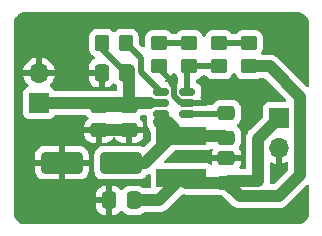
<source format=gbr>
%TF.GenerationSoftware,KiCad,Pcbnew,7.0.5*%
%TF.CreationDate,2023-06-26T08:48:10-07:00*%
%TF.ProjectId,42Vdownto5V,34325664-6f77-46e7-946f-35562e6b6963,rev?*%
%TF.SameCoordinates,Original*%
%TF.FileFunction,Copper,L1,Top*%
%TF.FilePolarity,Positive*%
%FSLAX46Y46*%
G04 Gerber Fmt 4.6, Leading zero omitted, Abs format (unit mm)*
G04 Created by KiCad (PCBNEW 7.0.5) date 2023-06-26 08:48:10*
%MOMM*%
%LPD*%
G01*
G04 APERTURE LIST*
G04 Aperture macros list*
%AMRoundRect*
0 Rectangle with rounded corners*
0 $1 Rounding radius*
0 $2 $3 $4 $5 $6 $7 $8 $9 X,Y pos of 4 corners*
0 Add a 4 corners polygon primitive as box body*
4,1,4,$2,$3,$4,$5,$6,$7,$8,$9,$2,$3,0*
0 Add four circle primitives for the rounded corners*
1,1,$1+$1,$2,$3*
1,1,$1+$1,$4,$5*
1,1,$1+$1,$6,$7*
1,1,$1+$1,$8,$9*
0 Add four rect primitives between the rounded corners*
20,1,$1+$1,$2,$3,$4,$5,0*
20,1,$1+$1,$4,$5,$6,$7,0*
20,1,$1+$1,$6,$7,$8,$9,0*
20,1,$1+$1,$8,$9,$2,$3,0*%
G04 Aperture macros list end*
%TA.AperFunction,SMDPad,CuDef*%
%ADD10RoundRect,0.150000X0.512500X0.150000X-0.512500X0.150000X-0.512500X-0.150000X0.512500X-0.150000X0*%
%TD*%
%TA.AperFunction,SMDPad,CuDef*%
%ADD11RoundRect,0.250000X0.450000X-0.350000X0.450000X0.350000X-0.450000X0.350000X-0.450000X-0.350000X0*%
%TD*%
%TA.AperFunction,SMDPad,CuDef*%
%ADD12RoundRect,0.250000X-0.450000X0.350000X-0.450000X-0.350000X0.450000X-0.350000X0.450000X0.350000X0*%
%TD*%
%TA.AperFunction,SMDPad,CuDef*%
%ADD13RoundRect,0.250000X0.350000X0.450000X-0.350000X0.450000X-0.350000X-0.450000X0.350000X-0.450000X0*%
%TD*%
%TA.AperFunction,SMDPad,CuDef*%
%ADD14R,4.200000X1.500000*%
%TD*%
%TA.AperFunction,ComponentPad*%
%ADD15R,1.700000X1.700000*%
%TD*%
%TA.AperFunction,ComponentPad*%
%ADD16O,1.700000X1.700000*%
%TD*%
%TA.AperFunction,SMDPad,CuDef*%
%ADD17RoundRect,0.250000X1.500000X0.650000X-1.500000X0.650000X-1.500000X-0.650000X1.500000X-0.650000X0*%
%TD*%
%TA.AperFunction,SMDPad,CuDef*%
%ADD18RoundRect,0.250000X0.337500X0.475000X-0.337500X0.475000X-0.337500X-0.475000X0.337500X-0.475000X0*%
%TD*%
%TA.AperFunction,SMDPad,CuDef*%
%ADD19RoundRect,0.250000X0.475000X-0.337500X0.475000X0.337500X-0.475000X0.337500X-0.475000X-0.337500X0*%
%TD*%
%TA.AperFunction,SMDPad,CuDef*%
%ADD20RoundRect,0.250000X-0.475000X0.337500X-0.475000X-0.337500X0.475000X-0.337500X0.475000X0.337500X0*%
%TD*%
%TA.AperFunction,ViaPad*%
%ADD21C,0.800000*%
%TD*%
%TA.AperFunction,Conductor*%
%ADD22C,0.508000*%
%TD*%
%TA.AperFunction,Conductor*%
%ADD23C,1.016000*%
%TD*%
G04 APERTURE END LIST*
D10*
%TO.P,U1,6,SW*%
%TO.N,/sw*%
X114432500Y-93660000D03*
%TO.P,U1,5,VIN*%
%TO.N,+BATT*%
X114432500Y-92710000D03*
%TO.P,U1,4,EN*%
%TO.N,/en*%
X114432500Y-91760000D03*
%TO.P,U1,3,FB*%
%TO.N,/feedback*%
X116707500Y-91760000D03*
%TO.P,U1,2,GND*%
%TO.N,GND*%
X116707500Y-92710000D03*
%TO.P,U1,1,CB*%
%TO.N,/cb*%
X116707500Y-93660000D03*
%TD*%
D11*
%TO.P,R5,1*%
%TO.N,+5V*%
X121920000Y-89630000D03*
%TO.P,R5,2*%
%TO.N,/rdiv_high*%
X121920000Y-87630000D03*
%TD*%
D12*
%TO.P,R4,1*%
%TO.N,/rdiv_high*%
X119380000Y-87630000D03*
%TO.P,R4,2*%
%TO.N,/feedback*%
X119380000Y-89630000D03*
%TD*%
%TO.P,R3,1*%
%TO.N,/rdiv_low*%
X114300000Y-87630000D03*
%TO.P,R3,2*%
%TO.N,GND*%
X114300000Y-89630000D03*
%TD*%
D11*
%TO.P,R2,2*%
%TO.N,/rdiv_low*%
X116840000Y-87630000D03*
%TO.P,R2,1*%
%TO.N,/feedback*%
X116840000Y-89630000D03*
%TD*%
D13*
%TO.P,R1,2*%
%TO.N,+BATT*%
X109490000Y-87630000D03*
%TO.P,R1,1*%
%TO.N,/en*%
X111490000Y-87630000D03*
%TD*%
D14*
%TO.P,L1,1*%
%TO.N,/sw*%
X116205000Y-95482000D03*
%TO.P,L1,2*%
%TO.N,+5V*%
X116205000Y-99082000D03*
%TD*%
D15*
%TO.P,J2,1,Pin_1*%
%TO.N,+5V*%
X124460000Y-93980000D03*
D16*
%TO.P,J2,2,Pin_2*%
%TO.N,GND*%
X124460000Y-96520000D03*
%TD*%
D15*
%TO.P,J1,1,Pin_1*%
%TO.N,+BATT*%
X104140000Y-92710000D03*
D16*
%TO.P,J1,2,Pin_2*%
%TO.N,GND*%
X104140000Y-90170000D03*
%TD*%
D17*
%TO.P,D1,1,K*%
%TO.N,/sw*%
X111085000Y-97790000D03*
%TO.P,D1,2,A*%
%TO.N,GND*%
X106085000Y-97790000D03*
%TD*%
D18*
%TO.P,C6,1*%
%TO.N,+5V*%
X112162500Y-100965000D03*
%TO.P,C6,2*%
%TO.N,GND*%
X110087500Y-100965000D03*
%TD*%
D19*
%TO.P,C5,1*%
%TO.N,+5V*%
X120015000Y-99462500D03*
%TO.P,C5,2*%
%TO.N,GND*%
X120015000Y-97387500D03*
%TD*%
D20*
%TO.P,C4,1*%
%TO.N,/cb*%
X120015000Y-93577500D03*
%TO.P,C4,2*%
%TO.N,/sw*%
X120015000Y-95652500D03*
%TD*%
D18*
%TO.P,C3,1*%
%TO.N,+BATT*%
X111527500Y-90170000D03*
%TO.P,C3,2*%
%TO.N,GND*%
X109452500Y-90170000D03*
%TD*%
D20*
%TO.P,C2,1*%
%TO.N,+BATT*%
X111760000Y-92942500D03*
%TO.P,C2,2*%
%TO.N,GND*%
X111760000Y-95017500D03*
%TD*%
%TO.P,C1,1*%
%TO.N,+BATT*%
X109220000Y-92942500D03*
%TO.P,C1,2*%
%TO.N,GND*%
X109220000Y-95017500D03*
%TD*%
D21*
%TO.N,GND*%
X108458000Y-100330000D03*
X117856000Y-101092000D03*
X107442000Y-94234000D03*
X107188000Y-91186000D03*
X124714000Y-102362000D03*
X125476000Y-101600000D03*
X126238000Y-100838000D03*
X104524000Y-102108000D03*
X103762000Y-101346000D03*
X103000000Y-100584000D03*
X103762000Y-86614000D03*
X104524000Y-85852000D03*
X125984000Y-87376000D03*
X125222000Y-86614000D03*
X124460000Y-85852000D03*
X123444000Y-91694000D03*
X122174000Y-91694000D03*
X120904000Y-91694000D03*
X119634000Y-91694000D03*
X118364000Y-91694000D03*
X124206000Y-98552000D03*
X118110000Y-97282000D03*
X117094000Y-97282000D03*
X116078000Y-97282000D03*
X115500000Y-91000000D03*
%TD*%
D22*
%TO.N,GND*%
X114300000Y-89800000D02*
X115500000Y-91000000D01*
X114300000Y-89630000D02*
X114300000Y-89800000D01*
D23*
%TO.N,+5V*%
X121136500Y-100584000D02*
X120015000Y-99462500D01*
X124460000Y-100584000D02*
X121136500Y-100584000D01*
X123666000Y-89630000D02*
X126238000Y-92202000D01*
X126238000Y-92202000D02*
X126238000Y-98806000D01*
X121920000Y-89630000D02*
X123666000Y-89630000D01*
X126238000Y-98806000D02*
X124460000Y-100584000D01*
%TO.N,/sw*%
X115086750Y-94363750D02*
X116205000Y-95482000D01*
D22*
X114300000Y-93792500D02*
X114300000Y-94363750D01*
X114432500Y-93660000D02*
X114300000Y-93792500D01*
D23*
X114300000Y-94363750D02*
X115086750Y-94363750D01*
X113128500Y-97790000D02*
X115436500Y-95482000D01*
X111085000Y-97790000D02*
X113128500Y-97790000D01*
X115436500Y-95482000D02*
X116205000Y-95482000D01*
X116205000Y-95482000D02*
X119844500Y-95482000D01*
X119844500Y-95482000D02*
X120015000Y-95652500D01*
D22*
%TO.N,GND*%
X115570122Y-91070122D02*
X115500000Y-91000000D01*
X115570122Y-92139307D02*
X115570122Y-91070122D01*
X116140815Y-92710000D02*
X115570122Y-92139307D01*
X116707500Y-92710000D02*
X116140815Y-92710000D01*
X116707500Y-92710000D02*
X118290000Y-92710000D01*
D23*
X109220000Y-95017500D02*
X111760000Y-95017500D01*
%TO.N,+5V*%
X122682000Y-99314000D02*
X122682000Y-95758000D01*
X122682000Y-95758000D02*
X124460000Y-93980000D01*
X120255817Y-99314000D02*
X122682000Y-99314000D01*
X120107317Y-99462500D02*
X120255817Y-99314000D01*
X120015000Y-99462500D02*
X120107317Y-99462500D01*
X114322000Y-100965000D02*
X116205000Y-99082000D01*
X112162500Y-100965000D02*
X114322000Y-100965000D01*
X116585500Y-99462500D02*
X116205000Y-99082000D01*
X120015000Y-99462500D02*
X116585500Y-99462500D01*
D22*
%TO.N,/feedback*%
X116707500Y-89762500D02*
X116840000Y-89630000D01*
X116707500Y-91760000D02*
X116707500Y-89762500D01*
%TO.N,/cb*%
X119932500Y-93660000D02*
X120015000Y-93577500D01*
X116707500Y-93660000D02*
X119932500Y-93660000D01*
%TO.N,/rdiv_high*%
X119380000Y-87630000D02*
X121920000Y-87630000D01*
%TO.N,/feedback*%
X116840000Y-89630000D02*
X119380000Y-89630000D01*
%TO.N,/rdiv_low*%
X114300000Y-87630000D02*
X116840000Y-87630000D01*
%TO.N,+BATT*%
X109490000Y-88132500D02*
X111527500Y-90170000D01*
X109490000Y-87630000D02*
X109490000Y-88132500D01*
%TO.N,/en*%
X112776000Y-90103500D02*
X114432500Y-91760000D01*
X112776000Y-88916000D02*
X112776000Y-90103500D01*
X111490000Y-87630000D02*
X112776000Y-88916000D01*
%TO.N,+BATT*%
X113538000Y-92710000D02*
X111992500Y-92710000D01*
X111992500Y-92710000D02*
X111760000Y-92942500D01*
X114432500Y-92710000D02*
X113538000Y-92710000D01*
D23*
X113538000Y-92710000D02*
X104140000Y-92710000D01*
X111760000Y-92942500D02*
X111760000Y-89937500D01*
X109220000Y-92942500D02*
X111760000Y-92942500D01*
X108987500Y-92710000D02*
X109220000Y-92942500D01*
X104140000Y-92710000D02*
X108987500Y-92710000D01*
%TD*%
%TA.AperFunction,Conductor*%
%TO.N,GND*%
G36*
X126002697Y-85000736D02*
G01*
X126045491Y-85004480D01*
X126171773Y-85016918D01*
X126191687Y-85020541D01*
X126257393Y-85038147D01*
X126259261Y-85038680D01*
X126351570Y-85066681D01*
X126367959Y-85072952D01*
X126421772Y-85098046D01*
X126435374Y-85104389D01*
X126438398Y-85105901D01*
X126522332Y-85150764D01*
X126528659Y-85154650D01*
X126564789Y-85179948D01*
X126594826Y-85200982D01*
X126598597Y-85203843D01*
X126670808Y-85263103D01*
X126675309Y-85267182D01*
X126732815Y-85324688D01*
X126736895Y-85329190D01*
X126796155Y-85401401D01*
X126799016Y-85405172D01*
X126833358Y-85454215D01*
X126845342Y-85471331D01*
X126849234Y-85477666D01*
X126894097Y-85561600D01*
X126895609Y-85564624D01*
X126927041Y-85632027D01*
X126933320Y-85648438D01*
X126961307Y-85740701D01*
X126961864Y-85742652D01*
X126979454Y-85808299D01*
X126983082Y-85828239D01*
X126995522Y-85954553D01*
X126999263Y-85997303D01*
X126999499Y-86002710D01*
X126999499Y-91237903D01*
X126979814Y-91304942D01*
X126927010Y-91350697D01*
X126857852Y-91360641D01*
X126794296Y-91331616D01*
X126787818Y-91325584D01*
X125611258Y-90149024D01*
X124416301Y-88954067D01*
X124412222Y-88949566D01*
X124407319Y-88943592D01*
X124394496Y-88927966D01*
X124382567Y-88913430D01*
X124229005Y-88787405D01*
X124228998Y-88787401D01*
X124053806Y-88693759D01*
X124025056Y-88685038D01*
X123863703Y-88636091D01*
X123731900Y-88623110D01*
X123666000Y-88616620D01*
X123665999Y-88616620D01*
X123619482Y-88621201D01*
X123613402Y-88621500D01*
X123078275Y-88621500D01*
X123011236Y-88601815D01*
X122965481Y-88549011D01*
X122955537Y-88479853D01*
X122972734Y-88432406D01*
X123054814Y-88299334D01*
X123109999Y-88132797D01*
X123120500Y-88030009D01*
X123120499Y-87229992D01*
X123109999Y-87127203D01*
X123054814Y-86960666D01*
X122962712Y-86811344D01*
X122838656Y-86687288D01*
X122689334Y-86595186D01*
X122522797Y-86540001D01*
X122522795Y-86540000D01*
X122420010Y-86529500D01*
X121419998Y-86529500D01*
X121419980Y-86529501D01*
X121317203Y-86540000D01*
X121317200Y-86540001D01*
X121150668Y-86595185D01*
X121150663Y-86595187D01*
X121001342Y-86687289D01*
X120877288Y-86811343D01*
X120874046Y-86816600D01*
X120822097Y-86863323D01*
X120768509Y-86875500D01*
X120531491Y-86875500D01*
X120464452Y-86855815D01*
X120425954Y-86816600D01*
X120422711Y-86811343D01*
X120298657Y-86687289D01*
X120298656Y-86687288D01*
X120149334Y-86595186D01*
X119982797Y-86540001D01*
X119982795Y-86540000D01*
X119880010Y-86529500D01*
X118879998Y-86529500D01*
X118879980Y-86529501D01*
X118777203Y-86540000D01*
X118777200Y-86540001D01*
X118610668Y-86595185D01*
X118610663Y-86595187D01*
X118461342Y-86687289D01*
X118337289Y-86811342D01*
X118245187Y-86960663D01*
X118245185Y-86960668D01*
X118227706Y-87013418D01*
X118187933Y-87070863D01*
X118123417Y-87097686D01*
X118054641Y-87085371D01*
X118003442Y-87037828D01*
X117992294Y-87013418D01*
X117974814Y-86960666D01*
X117882712Y-86811344D01*
X117758656Y-86687288D01*
X117609334Y-86595186D01*
X117442797Y-86540001D01*
X117442795Y-86540000D01*
X117340010Y-86529500D01*
X116339998Y-86529500D01*
X116339980Y-86529501D01*
X116237203Y-86540000D01*
X116237200Y-86540001D01*
X116070668Y-86595185D01*
X116070663Y-86595187D01*
X115921342Y-86687289D01*
X115797288Y-86811343D01*
X115794046Y-86816600D01*
X115742097Y-86863323D01*
X115688509Y-86875500D01*
X115451491Y-86875500D01*
X115384452Y-86855815D01*
X115345954Y-86816600D01*
X115342711Y-86811343D01*
X115218657Y-86687289D01*
X115218656Y-86687288D01*
X115069334Y-86595186D01*
X114902797Y-86540001D01*
X114902795Y-86540000D01*
X114800010Y-86529500D01*
X113799998Y-86529500D01*
X113799980Y-86529501D01*
X113697203Y-86540000D01*
X113697200Y-86540001D01*
X113530668Y-86595185D01*
X113530663Y-86595187D01*
X113381342Y-86687289D01*
X113257289Y-86811342D01*
X113165187Y-86960663D01*
X113165185Y-86960666D01*
X113165186Y-86960666D01*
X113110001Y-87127203D01*
X113110001Y-87127204D01*
X113110000Y-87127204D01*
X113099500Y-87229983D01*
X113099500Y-87873114D01*
X113079815Y-87940153D01*
X113027011Y-87985908D01*
X112957853Y-87995852D01*
X112894297Y-87966827D01*
X112887819Y-87960795D01*
X112626818Y-87699794D01*
X112593333Y-87638471D01*
X112590499Y-87612113D01*
X112590499Y-87129998D01*
X112590498Y-87129981D01*
X112579999Y-87027203D01*
X112579998Y-87027200D01*
X112557950Y-86960663D01*
X112524814Y-86860666D01*
X112432712Y-86711344D01*
X112308656Y-86587288D01*
X112159334Y-86495186D01*
X111992797Y-86440001D01*
X111992795Y-86440000D01*
X111890010Y-86429500D01*
X111089998Y-86429500D01*
X111089980Y-86429501D01*
X110987203Y-86440000D01*
X110987200Y-86440001D01*
X110820668Y-86495185D01*
X110820663Y-86495187D01*
X110671342Y-86587289D01*
X110577681Y-86680951D01*
X110516358Y-86714436D01*
X110446666Y-86709452D01*
X110402319Y-86680951D01*
X110308657Y-86587289D01*
X110308656Y-86587289D01*
X110308656Y-86587288D01*
X110159334Y-86495186D01*
X109992797Y-86440001D01*
X109992795Y-86440000D01*
X109890010Y-86429500D01*
X109089998Y-86429500D01*
X109089980Y-86429501D01*
X108987203Y-86440000D01*
X108987200Y-86440001D01*
X108820668Y-86495185D01*
X108820663Y-86495187D01*
X108671342Y-86587289D01*
X108547289Y-86711342D01*
X108455187Y-86860663D01*
X108455185Y-86860668D01*
X108450270Y-86875500D01*
X108400001Y-87027203D01*
X108400001Y-87027204D01*
X108400000Y-87027204D01*
X108389500Y-87129983D01*
X108389500Y-88130001D01*
X108389501Y-88130019D01*
X108400000Y-88232796D01*
X108400001Y-88232799D01*
X108450270Y-88384500D01*
X108455186Y-88399334D01*
X108547288Y-88548656D01*
X108671344Y-88672712D01*
X108820666Y-88764814D01*
X108823984Y-88765913D01*
X108825961Y-88767282D01*
X108827209Y-88767864D01*
X108827109Y-88768077D01*
X108881429Y-88805681D01*
X108908256Y-88870195D01*
X108895945Y-88938972D01*
X108848405Y-88990175D01*
X108823993Y-89001325D01*
X108795880Y-89010641D01*
X108795875Y-89010643D01*
X108646654Y-89102684D01*
X108522684Y-89226654D01*
X108430643Y-89375875D01*
X108430641Y-89375880D01*
X108375494Y-89542302D01*
X108375493Y-89542309D01*
X108365000Y-89645013D01*
X108365000Y-89920000D01*
X109578500Y-89920000D01*
X109645539Y-89939685D01*
X109691294Y-89992489D01*
X109702500Y-90044000D01*
X109702500Y-91394999D01*
X109839972Y-91394999D01*
X109839986Y-91394998D01*
X109942697Y-91384505D01*
X110109119Y-91329358D01*
X110109124Y-91329356D01*
X110258345Y-91237315D01*
X110382318Y-91113342D01*
X110384165Y-91110348D01*
X110385969Y-91108724D01*
X110386798Y-91107677D01*
X110386976Y-91107818D01*
X110436110Y-91063621D01*
X110505073Y-91052396D01*
X110569156Y-91080236D01*
X110595243Y-91110341D01*
X110597288Y-91113656D01*
X110597289Y-91113657D01*
X110715181Y-91231549D01*
X110748666Y-91292872D01*
X110751500Y-91319230D01*
X110751500Y-91577500D01*
X110731815Y-91644539D01*
X110679011Y-91690294D01*
X110627500Y-91701500D01*
X109040098Y-91701500D01*
X109034018Y-91701201D01*
X108987500Y-91696620D01*
X108940982Y-91701201D01*
X108934902Y-91701500D01*
X105551158Y-91701500D01*
X105484119Y-91681815D01*
X105438364Y-91629011D01*
X105434974Y-91620828D01*
X105433796Y-91617669D01*
X105433794Y-91617666D01*
X105433793Y-91617664D01*
X105347547Y-91502455D01*
X105347544Y-91502452D01*
X105232335Y-91416206D01*
X105232328Y-91416202D01*
X105100401Y-91366997D01*
X105044467Y-91325126D01*
X105020050Y-91259662D01*
X105034902Y-91191389D01*
X105056053Y-91163133D01*
X105178108Y-91041078D01*
X105313600Y-90847578D01*
X105413429Y-90633492D01*
X105413432Y-90633486D01*
X105470636Y-90420000D01*
X108365001Y-90420000D01*
X108365001Y-90694986D01*
X108375494Y-90797697D01*
X108430641Y-90964119D01*
X108430643Y-90964124D01*
X108522684Y-91113345D01*
X108646654Y-91237315D01*
X108795875Y-91329356D01*
X108795880Y-91329358D01*
X108962302Y-91384505D01*
X108962309Y-91384506D01*
X109065019Y-91394999D01*
X109202499Y-91394999D01*
X109202500Y-91394998D01*
X109202500Y-90420000D01*
X108365001Y-90420000D01*
X105470636Y-90420000D01*
X104573686Y-90420000D01*
X104599493Y-90379844D01*
X104640000Y-90241889D01*
X104640000Y-90098111D01*
X104599493Y-89960156D01*
X104573686Y-89920000D01*
X105470636Y-89920000D01*
X105470635Y-89919999D01*
X105413432Y-89706513D01*
X105413429Y-89706507D01*
X105313600Y-89492422D01*
X105313599Y-89492420D01*
X105178113Y-89298926D01*
X105178108Y-89298920D01*
X105011082Y-89131894D01*
X104817578Y-88996399D01*
X104603492Y-88896570D01*
X104603486Y-88896567D01*
X104390000Y-88839364D01*
X104390000Y-89734498D01*
X104282315Y-89685320D01*
X104175763Y-89670000D01*
X104104237Y-89670000D01*
X103997685Y-89685320D01*
X103890000Y-89734498D01*
X103890000Y-88839364D01*
X103889999Y-88839364D01*
X103676513Y-88896567D01*
X103676507Y-88896570D01*
X103462422Y-88996399D01*
X103462420Y-88996400D01*
X103268926Y-89131886D01*
X103268920Y-89131891D01*
X103101891Y-89298920D01*
X103101886Y-89298926D01*
X102966400Y-89492420D01*
X102966399Y-89492422D01*
X102866570Y-89706507D01*
X102866567Y-89706513D01*
X102809364Y-89919999D01*
X102809364Y-89920000D01*
X103706314Y-89920000D01*
X103680507Y-89960156D01*
X103640000Y-90098111D01*
X103640000Y-90241889D01*
X103680507Y-90379844D01*
X103706314Y-90420000D01*
X102809364Y-90420000D01*
X102866567Y-90633486D01*
X102866570Y-90633492D01*
X102966399Y-90847578D01*
X103101894Y-91041082D01*
X103223946Y-91163134D01*
X103257431Y-91224457D01*
X103252447Y-91294149D01*
X103210575Y-91350082D01*
X103179598Y-91366997D01*
X103047671Y-91416202D01*
X103047664Y-91416206D01*
X102932455Y-91502452D01*
X102932452Y-91502455D01*
X102846206Y-91617664D01*
X102846202Y-91617671D01*
X102795908Y-91752517D01*
X102789501Y-91812116D01*
X102789500Y-91812135D01*
X102789500Y-93607870D01*
X102789501Y-93607876D01*
X102795908Y-93667483D01*
X102846202Y-93802328D01*
X102846206Y-93802335D01*
X102932452Y-93917544D01*
X102932455Y-93917547D01*
X103047664Y-94003793D01*
X103047671Y-94003797D01*
X103182517Y-94054091D01*
X103182516Y-94054091D01*
X103189444Y-94054835D01*
X103242127Y-94060500D01*
X105037872Y-94060499D01*
X105097483Y-94054091D01*
X105232331Y-94003796D01*
X105347546Y-93917546D01*
X105433796Y-93802331D01*
X105434974Y-93799171D01*
X105436996Y-93796470D01*
X105438047Y-93794546D01*
X105438323Y-93794697D01*
X105476843Y-93743236D01*
X105542306Y-93718816D01*
X105551158Y-93718500D01*
X108070770Y-93718500D01*
X108137809Y-93738185D01*
X108158451Y-93754819D01*
X108276344Y-93872712D01*
X108279628Y-93874737D01*
X108279653Y-93874753D01*
X108281445Y-93876746D01*
X108282011Y-93877193D01*
X108281934Y-93877289D01*
X108326379Y-93926699D01*
X108337603Y-93995661D01*
X108309761Y-94059744D01*
X108279665Y-94085826D01*
X108276660Y-94087679D01*
X108276655Y-94087683D01*
X108152684Y-94211654D01*
X108060643Y-94360875D01*
X108060641Y-94360880D01*
X108005494Y-94527302D01*
X108005493Y-94527309D01*
X107995000Y-94630013D01*
X107995000Y-94767500D01*
X109346000Y-94767500D01*
X109413039Y-94787185D01*
X109458794Y-94839989D01*
X109470000Y-94891500D01*
X109470000Y-96104999D01*
X109744972Y-96104999D01*
X109744986Y-96104998D01*
X109847697Y-96094505D01*
X110014119Y-96039358D01*
X110014124Y-96039356D01*
X110163345Y-95947315D01*
X110287315Y-95823345D01*
X110383149Y-95667975D01*
X110385202Y-95669241D01*
X110423784Y-95625418D01*
X110490977Y-95606262D01*
X110557859Y-95626474D01*
X110594875Y-95669193D01*
X110596851Y-95667975D01*
X110692684Y-95823345D01*
X110816654Y-95947315D01*
X110965875Y-96039356D01*
X110965880Y-96039358D01*
X111132302Y-96094505D01*
X111132309Y-96094506D01*
X111235019Y-96104999D01*
X111509998Y-96104999D01*
X111509999Y-96104998D01*
X111510000Y-95267500D01*
X112010000Y-95267500D01*
X112010000Y-96104999D01*
X112284972Y-96104999D01*
X112284986Y-96104998D01*
X112387697Y-96094505D01*
X112554119Y-96039358D01*
X112554124Y-96039356D01*
X112703345Y-95947315D01*
X112827315Y-95823345D01*
X112919356Y-95674124D01*
X112919358Y-95674119D01*
X112974505Y-95507697D01*
X112974506Y-95507690D01*
X112984999Y-95404986D01*
X112985000Y-95404973D01*
X112985000Y-95267500D01*
X112010000Y-95267500D01*
X111510000Y-95267500D01*
X111510000Y-94891500D01*
X111529685Y-94824460D01*
X111582489Y-94778706D01*
X111634000Y-94767500D01*
X112984999Y-94767500D01*
X112984999Y-94630028D01*
X112984998Y-94630013D01*
X112974505Y-94527302D01*
X112919358Y-94360880D01*
X112919356Y-94360875D01*
X112827315Y-94211654D01*
X112703344Y-94087683D01*
X112703341Y-94087681D01*
X112700339Y-94085829D01*
X112698713Y-94084021D01*
X112697677Y-94083202D01*
X112697817Y-94083024D01*
X112653617Y-94033880D01*
X112642397Y-93964917D01*
X112670243Y-93900836D01*
X112700344Y-93874754D01*
X112703656Y-93872712D01*
X112821549Y-93754819D01*
X112882872Y-93721334D01*
X112909230Y-93718500D01*
X113145500Y-93718500D01*
X113212539Y-93738185D01*
X113258294Y-93790989D01*
X113269500Y-93842500D01*
X113269500Y-93875701D01*
X113272401Y-93912567D01*
X113272402Y-93912573D01*
X113316227Y-94063416D01*
X113316028Y-94133285D01*
X113315812Y-94134004D01*
X113306092Y-94166047D01*
X113306091Y-94166049D01*
X113286620Y-94363750D01*
X113306091Y-94561449D01*
X113363760Y-94751558D01*
X113457401Y-94926748D01*
X113457405Y-94926755D01*
X113576352Y-95071692D01*
X113603665Y-95136002D01*
X113604499Y-95150357D01*
X113604500Y-95836403D01*
X113584816Y-95903442D01*
X113568181Y-95924084D01*
X113055766Y-96436498D01*
X112994443Y-96469983D01*
X112924751Y-96464999D01*
X112910886Y-96458219D01*
X112910878Y-96458238D01*
X112904334Y-96455186D01*
X112847937Y-96436498D01*
X112737797Y-96400001D01*
X112737795Y-96400000D01*
X112635010Y-96389500D01*
X109534998Y-96389500D01*
X109534981Y-96389501D01*
X109432203Y-96400000D01*
X109432200Y-96400001D01*
X109265668Y-96455185D01*
X109265663Y-96455187D01*
X109116342Y-96547289D01*
X108992289Y-96671342D01*
X108900187Y-96820663D01*
X108900185Y-96820668D01*
X108900115Y-96820880D01*
X108845001Y-96987203D01*
X108845001Y-96987204D01*
X108845000Y-96987204D01*
X108834500Y-97089983D01*
X108834500Y-98490001D01*
X108834501Y-98490018D01*
X108845000Y-98592796D01*
X108845001Y-98592799D01*
X108900185Y-98759331D01*
X108900187Y-98759336D01*
X108923401Y-98796972D01*
X108992288Y-98908656D01*
X109116344Y-99032712D01*
X109265666Y-99124814D01*
X109432203Y-99179999D01*
X109534991Y-99190500D01*
X112635008Y-99190499D01*
X112737797Y-99179999D01*
X112904334Y-99124814D01*
X113053656Y-99032712D01*
X113177712Y-98908656D01*
X113217777Y-98843697D01*
X113269724Y-98796972D01*
X113311162Y-98785389D01*
X113326201Y-98783909D01*
X113444506Y-98748020D01*
X113514370Y-98747396D01*
X113573483Y-98784644D01*
X113603075Y-98847938D01*
X113604500Y-98866681D01*
X113604501Y-99832500D01*
X113584817Y-99899539D01*
X113532013Y-99945294D01*
X113480501Y-99956500D01*
X113079230Y-99956500D01*
X113012191Y-99936815D01*
X112991549Y-99920181D01*
X112968657Y-99897289D01*
X112968656Y-99897289D01*
X112968656Y-99897288D01*
X112819334Y-99805186D01*
X112652797Y-99750001D01*
X112652795Y-99750000D01*
X112550010Y-99739500D01*
X111774998Y-99739500D01*
X111774980Y-99739501D01*
X111672203Y-99750000D01*
X111672200Y-99750001D01*
X111505668Y-99805185D01*
X111505663Y-99805187D01*
X111356342Y-99897289D01*
X111232288Y-100021343D01*
X111232283Y-100021349D01*
X111230241Y-100024661D01*
X111228247Y-100026453D01*
X111227807Y-100027011D01*
X111227711Y-100026935D01*
X111178291Y-100071383D01*
X111109328Y-100082602D01*
X111045247Y-100054755D01*
X111019168Y-100024656D01*
X111017319Y-100021659D01*
X111017316Y-100021655D01*
X110893345Y-99897684D01*
X110744124Y-99805643D01*
X110744119Y-99805641D01*
X110577697Y-99750494D01*
X110577690Y-99750493D01*
X110474986Y-99740000D01*
X110337500Y-99740000D01*
X110337500Y-102189999D01*
X110474972Y-102189999D01*
X110474986Y-102189998D01*
X110577697Y-102179505D01*
X110744119Y-102124358D01*
X110744124Y-102124356D01*
X110893345Y-102032315D01*
X111017318Y-101908342D01*
X111019165Y-101905348D01*
X111020969Y-101903724D01*
X111021798Y-101902677D01*
X111021976Y-101902818D01*
X111071110Y-101858621D01*
X111140073Y-101847396D01*
X111204156Y-101875236D01*
X111230243Y-101905341D01*
X111232288Y-101908656D01*
X111356344Y-102032712D01*
X111505666Y-102124814D01*
X111672203Y-102179999D01*
X111774991Y-102190500D01*
X112550008Y-102190499D01*
X112550016Y-102190498D01*
X112550019Y-102190498D01*
X112606302Y-102184748D01*
X112652797Y-102179999D01*
X112819334Y-102124814D01*
X112968656Y-102032712D01*
X112991549Y-102009819D01*
X113052872Y-101976334D01*
X113079230Y-101973500D01*
X114269402Y-101973500D01*
X114275482Y-101973799D01*
X114289511Y-101975180D01*
X114322000Y-101978380D01*
X114519701Y-101958909D01*
X114709804Y-101901241D01*
X114709803Y-101901240D01*
X114731650Y-101894614D01*
X114731826Y-101894315D01*
X114758274Y-101875332D01*
X114885004Y-101807595D01*
X115038568Y-101681568D01*
X115068238Y-101645413D01*
X115072288Y-101640944D01*
X116234756Y-100478476D01*
X116296077Y-100444993D01*
X116358430Y-100447498D01*
X116387799Y-100456408D01*
X116585500Y-100475880D01*
X116619422Y-100472538D01*
X116632015Y-100471299D01*
X116638096Y-100471000D01*
X119163552Y-100471000D01*
X119215954Y-100482617D01*
X119220661Y-100484812D01*
X119220664Y-100484813D01*
X119220666Y-100484814D01*
X119387203Y-100539999D01*
X119489991Y-100550500D01*
X119625402Y-100550499D01*
X119692442Y-100570183D01*
X119713083Y-100586817D01*
X120386200Y-101259935D01*
X120390279Y-101264436D01*
X120419932Y-101300568D01*
X120573494Y-101426594D01*
X120573496Y-101426595D01*
X120667142Y-101476650D01*
X120748697Y-101520242D01*
X120938800Y-101577909D01*
X120938799Y-101577909D01*
X120956525Y-101579654D01*
X121136500Y-101597381D01*
X121170452Y-101594036D01*
X121183025Y-101592799D01*
X121189106Y-101592500D01*
X124407402Y-101592500D01*
X124413482Y-101592799D01*
X124427511Y-101594180D01*
X124460000Y-101597380D01*
X124657701Y-101577909D01*
X124847804Y-101520241D01*
X124904366Y-101490008D01*
X125023004Y-101426595D01*
X125176568Y-101300568D01*
X125206238Y-101264413D01*
X125210288Y-101259944D01*
X126787818Y-99682415D01*
X126849141Y-99648930D01*
X126918833Y-99653914D01*
X126974766Y-99695786D01*
X126999183Y-99761250D01*
X126999499Y-99770096D01*
X126999499Y-101997289D01*
X126999263Y-102002698D01*
X126995521Y-102045445D01*
X126983081Y-102171758D01*
X126979453Y-102191698D01*
X126961863Y-102257345D01*
X126961306Y-102259297D01*
X126933318Y-102351562D01*
X126927039Y-102367971D01*
X126895614Y-102435363D01*
X126894102Y-102438388D01*
X126849230Y-102522336D01*
X126845335Y-102528678D01*
X126799022Y-102594819D01*
X126796160Y-102598591D01*
X126736889Y-102670813D01*
X126732801Y-102675324D01*
X126675324Y-102732801D01*
X126670813Y-102736889D01*
X126598591Y-102796160D01*
X126594819Y-102799022D01*
X126528678Y-102845335D01*
X126522336Y-102849230D01*
X126438388Y-102894102D01*
X126435363Y-102895614D01*
X126367971Y-102927039D01*
X126351562Y-102933318D01*
X126259297Y-102961306D01*
X126257345Y-102961863D01*
X126191698Y-102979453D01*
X126171758Y-102983081D01*
X126045445Y-102995521D01*
X126007250Y-102998864D01*
X126002693Y-102999263D01*
X125997290Y-102999499D01*
X103002709Y-102999499D01*
X102997305Y-102999263D01*
X102992337Y-102998828D01*
X102954552Y-102995521D01*
X102828239Y-102983081D01*
X102808299Y-102979453D01*
X102742652Y-102961863D01*
X102740701Y-102961306D01*
X102648438Y-102933319D01*
X102632027Y-102927040D01*
X102564624Y-102895608D01*
X102561600Y-102894096D01*
X102477666Y-102849233D01*
X102471331Y-102845341D01*
X102454215Y-102833357D01*
X102405172Y-102799015D01*
X102401401Y-102796154D01*
X102329190Y-102736894D01*
X102324688Y-102732814D01*
X102267182Y-102675308D01*
X102263103Y-102670807D01*
X102203842Y-102598596D01*
X102200981Y-102594825D01*
X102154656Y-102528666D01*
X102150764Y-102522332D01*
X102105895Y-102438388D01*
X102104412Y-102435422D01*
X102072954Y-102367960D01*
X102066676Y-102351551D01*
X102038695Y-102259305D01*
X102038138Y-102257356D01*
X102038135Y-102257345D01*
X102020542Y-102191688D01*
X102016918Y-102171775D01*
X102004482Y-102045511D01*
X102000733Y-102002658D01*
X102000499Y-101997305D01*
X102000499Y-101215000D01*
X109000001Y-101215000D01*
X109000001Y-101489986D01*
X109010494Y-101592697D01*
X109065641Y-101759119D01*
X109065643Y-101759124D01*
X109157684Y-101908345D01*
X109281654Y-102032315D01*
X109430875Y-102124356D01*
X109430880Y-102124358D01*
X109597302Y-102179505D01*
X109597309Y-102179506D01*
X109700019Y-102189999D01*
X109837499Y-102189999D01*
X109837500Y-102189998D01*
X109837500Y-101215000D01*
X109000001Y-101215000D01*
X102000499Y-101215000D01*
X102000499Y-100715000D01*
X109000000Y-100715000D01*
X109837500Y-100715000D01*
X109837500Y-99740000D01*
X109700027Y-99740000D01*
X109700012Y-99740001D01*
X109597302Y-99750494D01*
X109430880Y-99805641D01*
X109430875Y-99805643D01*
X109281654Y-99897684D01*
X109157684Y-100021654D01*
X109065643Y-100170875D01*
X109065641Y-100170880D01*
X109010494Y-100337302D01*
X109010493Y-100337309D01*
X109000000Y-100440013D01*
X109000000Y-100715000D01*
X102000499Y-100715000D01*
X102000499Y-98040000D01*
X103835001Y-98040000D01*
X103835001Y-98489986D01*
X103845494Y-98592697D01*
X103900641Y-98759119D01*
X103900643Y-98759124D01*
X103992684Y-98908345D01*
X104116654Y-99032315D01*
X104265875Y-99124356D01*
X104265880Y-99124358D01*
X104432302Y-99179505D01*
X104432309Y-99179506D01*
X104535019Y-99189999D01*
X105834999Y-99189999D01*
X105835000Y-99189998D01*
X105835000Y-98040000D01*
X106335000Y-98040000D01*
X106335000Y-99189999D01*
X107634972Y-99189999D01*
X107634986Y-99189998D01*
X107737697Y-99179505D01*
X107904119Y-99124358D01*
X107904124Y-99124356D01*
X108053345Y-99032315D01*
X108177315Y-98908345D01*
X108269356Y-98759124D01*
X108269358Y-98759119D01*
X108324505Y-98592697D01*
X108324506Y-98592690D01*
X108334999Y-98489986D01*
X108335000Y-98489973D01*
X108335000Y-98040000D01*
X106335000Y-98040000D01*
X105835000Y-98040000D01*
X103835001Y-98040000D01*
X102000499Y-98040000D01*
X102000499Y-97540000D01*
X103835000Y-97540000D01*
X105835000Y-97540000D01*
X105835000Y-96390000D01*
X106335000Y-96390000D01*
X106335000Y-97540000D01*
X108334999Y-97540000D01*
X108334999Y-97090028D01*
X108334998Y-97090013D01*
X108324505Y-96987302D01*
X108269358Y-96820880D01*
X108269356Y-96820875D01*
X108177315Y-96671654D01*
X108053345Y-96547684D01*
X107904124Y-96455643D01*
X107904119Y-96455641D01*
X107737697Y-96400494D01*
X107737690Y-96400493D01*
X107634986Y-96390000D01*
X106335000Y-96390000D01*
X105835000Y-96390000D01*
X104535028Y-96390000D01*
X104535012Y-96390001D01*
X104432302Y-96400494D01*
X104265880Y-96455641D01*
X104265875Y-96455643D01*
X104116654Y-96547684D01*
X103992684Y-96671654D01*
X103900643Y-96820875D01*
X103900641Y-96820880D01*
X103845494Y-96987302D01*
X103845493Y-96987309D01*
X103835000Y-97090013D01*
X103835000Y-97540000D01*
X102000499Y-97540000D01*
X102000499Y-95267500D01*
X107995001Y-95267500D01*
X107995001Y-95404986D01*
X108005494Y-95507697D01*
X108060641Y-95674119D01*
X108060643Y-95674124D01*
X108152684Y-95823345D01*
X108276654Y-95947315D01*
X108425875Y-96039356D01*
X108425880Y-96039358D01*
X108592302Y-96094505D01*
X108592309Y-96094506D01*
X108695019Y-96104999D01*
X108969999Y-96104999D01*
X108970000Y-96104998D01*
X108970000Y-95267500D01*
X107995001Y-95267500D01*
X102000499Y-95267500D01*
X102000499Y-86002703D01*
X102000735Y-85997299D01*
X102004476Y-85954540D01*
X102016917Y-85828221D01*
X102020540Y-85808314D01*
X102038164Y-85742540D01*
X102038654Y-85740822D01*
X102066684Y-85648419D01*
X102072947Y-85632049D01*
X102104405Y-85564588D01*
X102105879Y-85561638D01*
X102150772Y-85477650D01*
X102154638Y-85471355D01*
X102200990Y-85405158D01*
X102203846Y-85401396D01*
X102263126Y-85329163D01*
X102267166Y-85324704D01*
X102324703Y-85267167D01*
X102329162Y-85263127D01*
X102401438Y-85203810D01*
X102405129Y-85201010D01*
X102471330Y-85154656D01*
X102477657Y-85150769D01*
X102561652Y-85105872D01*
X102564575Y-85104411D01*
X102632042Y-85072951D01*
X102648431Y-85066681D01*
X102740798Y-85038662D01*
X102742592Y-85038150D01*
X102808304Y-85020542D01*
X102828221Y-85016918D01*
X102954555Y-85004474D01*
X102997292Y-85000735D01*
X103002694Y-85000500D01*
X125997292Y-85000500D01*
X126002697Y-85000736D01*
G37*
%TD.AperFunction*%
%TA.AperFunction,Conductor*%
G36*
X124710000Y-97850633D02*
G01*
X124923483Y-97793433D01*
X124923492Y-97793429D01*
X125053094Y-97732996D01*
X125122172Y-97722504D01*
X125185956Y-97751024D01*
X125224195Y-97809500D01*
X125229499Y-97845378D01*
X125229499Y-98336904D01*
X125209814Y-98403943D01*
X125193180Y-98424585D01*
X124078585Y-99539181D01*
X124017262Y-99572666D01*
X123990904Y-99575500D01*
X123806437Y-99575500D01*
X123739398Y-99555815D01*
X123693643Y-99503011D01*
X123683034Y-99439345D01*
X123689963Y-99369004D01*
X123690500Y-99363547D01*
X123695380Y-99314000D01*
X123690799Y-99267483D01*
X123690500Y-99261403D01*
X123690500Y-97845377D01*
X123710185Y-97778338D01*
X123762989Y-97732583D01*
X123832147Y-97722639D01*
X123866905Y-97732995D01*
X123996507Y-97793430D01*
X123996516Y-97793433D01*
X124210000Y-97850634D01*
X124210000Y-96955501D01*
X124317685Y-97004680D01*
X124424237Y-97020000D01*
X124495763Y-97020000D01*
X124602315Y-97004680D01*
X124710000Y-96955501D01*
X124710000Y-97850633D01*
G37*
%TD.AperFunction*%
%TA.AperFunction,Conductor*%
G36*
X120705355Y-90174627D02*
G01*
X120756556Y-90222169D01*
X120767704Y-90246580D01*
X120785182Y-90299325D01*
X120785185Y-90299333D01*
X120785186Y-90299334D01*
X120877288Y-90448656D01*
X121001344Y-90572712D01*
X121150666Y-90664814D01*
X121317203Y-90719999D01*
X121419991Y-90730500D01*
X122420008Y-90730499D01*
X122420016Y-90730498D01*
X122420019Y-90730498D01*
X122476302Y-90724748D01*
X122522797Y-90719999D01*
X122689334Y-90664814D01*
X122702066Y-90656960D01*
X122767162Y-90638500D01*
X123196904Y-90638500D01*
X123263943Y-90658185D01*
X123284585Y-90674819D01*
X125027585Y-92417819D01*
X125061070Y-92479142D01*
X125056086Y-92548834D01*
X125014214Y-92604767D01*
X124948750Y-92629184D01*
X124939904Y-92629500D01*
X123562129Y-92629500D01*
X123562123Y-92629501D01*
X123502516Y-92635908D01*
X123367671Y-92686202D01*
X123367664Y-92686206D01*
X123252455Y-92772452D01*
X123252452Y-92772455D01*
X123166206Y-92887664D01*
X123166202Y-92887671D01*
X123115908Y-93022517D01*
X123109501Y-93082116D01*
X123109500Y-93082135D01*
X123109500Y-93852902D01*
X123089815Y-93919941D01*
X123073181Y-93940583D01*
X122006077Y-95007687D01*
X122001567Y-95011775D01*
X121965432Y-95041431D01*
X121839405Y-95194994D01*
X121839403Y-95194997D01*
X121801988Y-95264998D01*
X121766977Y-95330500D01*
X121755635Y-95351719D01*
X121745758Y-95370197D01*
X121688091Y-95560296D01*
X121668620Y-95758000D01*
X121673201Y-95804517D01*
X121673500Y-95810597D01*
X121673500Y-98181500D01*
X121653815Y-98248539D01*
X121601011Y-98294294D01*
X121549500Y-98305500D01*
X121235313Y-98305500D01*
X121168274Y-98285815D01*
X121122519Y-98233011D01*
X121112575Y-98163853D01*
X121129774Y-98116403D01*
X121174356Y-98044124D01*
X121174358Y-98044119D01*
X121229505Y-97877697D01*
X121229506Y-97877690D01*
X121239999Y-97774986D01*
X121240000Y-97774973D01*
X121240000Y-97637500D01*
X118790001Y-97637500D01*
X118790001Y-97774989D01*
X118793877Y-97812925D01*
X118781107Y-97881618D01*
X118733226Y-97932502D01*
X118665436Y-97949422D01*
X118599260Y-97927006D01*
X118596208Y-97924793D01*
X118547331Y-97888204D01*
X118547328Y-97888202D01*
X118412482Y-97837908D01*
X118412483Y-97837908D01*
X118352883Y-97831501D01*
X118352881Y-97831500D01*
X118352873Y-97831500D01*
X118352865Y-97831500D01*
X114812595Y-97831500D01*
X114745556Y-97811815D01*
X114699801Y-97759011D01*
X114689857Y-97689853D01*
X114718882Y-97626297D01*
X114724914Y-97619819D01*
X115575915Y-96768818D01*
X115637238Y-96735333D01*
X115663596Y-96732499D01*
X118352871Y-96732499D01*
X118352872Y-96732499D01*
X118412483Y-96726091D01*
X118547331Y-96675796D01*
X118662546Y-96589546D01*
X118662548Y-96589542D01*
X118665329Y-96587461D01*
X118730793Y-96563043D01*
X118799066Y-96577894D01*
X118848472Y-96627298D01*
X118863325Y-96695571D01*
X118857347Y-96725730D01*
X118800495Y-96897299D01*
X118800493Y-96897309D01*
X118790000Y-97000013D01*
X118790000Y-97137500D01*
X121239999Y-97137500D01*
X121239999Y-97000028D01*
X121239998Y-97000013D01*
X121229505Y-96897302D01*
X121174358Y-96730880D01*
X121174353Y-96730869D01*
X121084733Y-96585573D01*
X121066292Y-96518181D01*
X121084730Y-96455382D01*
X121174814Y-96309334D01*
X121229999Y-96142797D01*
X121240500Y-96040009D01*
X121240499Y-95264992D01*
X121229999Y-95162203D01*
X121174814Y-94995666D01*
X121082712Y-94846344D01*
X120958656Y-94722288D01*
X120955819Y-94720538D01*
X120954283Y-94718830D01*
X120952989Y-94717807D01*
X120953163Y-94717585D01*
X120909096Y-94668594D01*
X120897872Y-94599632D01*
X120925713Y-94535549D01*
X120955817Y-94509462D01*
X120958656Y-94507712D01*
X121082712Y-94383656D01*
X121174814Y-94234334D01*
X121229999Y-94067797D01*
X121240500Y-93965009D01*
X121240499Y-93189992D01*
X121229999Y-93087203D01*
X121174814Y-92920666D01*
X121082712Y-92771344D01*
X120958656Y-92647288D01*
X120865888Y-92590069D01*
X120809336Y-92555187D01*
X120809331Y-92555185D01*
X120790165Y-92548834D01*
X120642797Y-92500001D01*
X120642795Y-92500000D01*
X120540010Y-92489500D01*
X119489998Y-92489500D01*
X119489980Y-92489501D01*
X119387203Y-92500000D01*
X119387200Y-92500001D01*
X119220668Y-92555185D01*
X119220663Y-92555187D01*
X119071342Y-92647289D01*
X118947289Y-92771342D01*
X118900872Y-92846597D01*
X118848924Y-92893321D01*
X118795333Y-92905500D01*
X117488559Y-92905500D01*
X117453964Y-92900576D01*
X117322573Y-92862402D01*
X117322567Y-92862401D01*
X117285701Y-92859500D01*
X117285694Y-92859500D01*
X116581500Y-92859500D01*
X116514461Y-92839815D01*
X116468706Y-92787011D01*
X116457500Y-92735500D01*
X116457500Y-92684500D01*
X116477185Y-92617461D01*
X116529989Y-92571706D01*
X116581500Y-92560500D01*
X117285686Y-92560500D01*
X117285694Y-92560500D01*
X117322569Y-92557598D01*
X117322571Y-92557597D01*
X117322573Y-92557597D01*
X117364191Y-92545505D01*
X117480398Y-92511744D01*
X117538693Y-92477268D01*
X117601815Y-92460000D01*
X117867295Y-92460000D01*
X117867295Y-92459998D01*
X117867100Y-92457511D01*
X117867099Y-92457505D01*
X117821283Y-92299806D01*
X117821281Y-92299801D01*
X117820578Y-92298612D01*
X117820310Y-92297558D01*
X117818184Y-92292644D01*
X117818976Y-92292300D01*
X117803395Y-92230888D01*
X117819009Y-92177714D01*
X117818646Y-92177557D01*
X117819920Y-92174612D01*
X117820579Y-92172369D01*
X117821742Y-92170401D01*
X117821744Y-92170398D01*
X117867598Y-92012569D01*
X117870500Y-91975694D01*
X117870500Y-91544306D01*
X117867598Y-91507431D01*
X117866152Y-91502455D01*
X117821745Y-91349606D01*
X117821744Y-91349603D01*
X117821744Y-91349602D01*
X117738081Y-91208135D01*
X117738078Y-91208132D01*
X117738076Y-91208129D01*
X117621870Y-91091923D01*
X117621867Y-91091921D01*
X117621865Y-91091919D01*
X117555035Y-91052396D01*
X117522878Y-91033378D01*
X117475195Y-90982308D01*
X117462000Y-90926646D01*
X117462000Y-90803176D01*
X117481685Y-90736137D01*
X117534489Y-90690382D01*
X117546997Y-90685470D01*
X117609334Y-90664814D01*
X117758656Y-90572712D01*
X117882712Y-90448656D01*
X117885953Y-90443400D01*
X117937903Y-90396677D01*
X117991491Y-90384500D01*
X118228509Y-90384500D01*
X118295548Y-90404185D01*
X118334046Y-90443400D01*
X118337288Y-90448656D01*
X118461344Y-90572712D01*
X118610666Y-90664814D01*
X118777203Y-90719999D01*
X118879991Y-90730500D01*
X119880008Y-90730499D01*
X119880016Y-90730498D01*
X119880019Y-90730498D01*
X119936302Y-90724748D01*
X119982797Y-90719999D01*
X120149334Y-90664814D01*
X120298656Y-90572712D01*
X120422712Y-90448656D01*
X120514814Y-90299334D01*
X120532295Y-90246577D01*
X120572064Y-90189138D01*
X120636579Y-90162313D01*
X120705355Y-90174627D01*
G37*
%TD.AperFunction*%
%TA.AperFunction,Conductor*%
G36*
X115625093Y-90173833D02*
G01*
X115676293Y-90221375D01*
X115687441Y-90245785D01*
X115705186Y-90299334D01*
X115797096Y-90448345D01*
X115797289Y-90448657D01*
X115916681Y-90568049D01*
X115950166Y-90629372D01*
X115953000Y-90655730D01*
X115953000Y-90926646D01*
X115933315Y-90993685D01*
X115892122Y-91033378D01*
X115793135Y-91091919D01*
X115793129Y-91091923D01*
X115676923Y-91208129D01*
X115676911Y-91208145D01*
X115676721Y-91208467D01*
X115676506Y-91208667D01*
X115672139Y-91214298D01*
X115671229Y-91213592D01*
X115625645Y-91256142D01*
X115556901Y-91268635D01*
X115492316Y-91241980D01*
X115468144Y-91214078D01*
X115467861Y-91214298D01*
X115463810Y-91209076D01*
X115463265Y-91208446D01*
X115463081Y-91208135D01*
X115463080Y-91208134D01*
X115463079Y-91208132D01*
X115346870Y-91091923D01*
X115346862Y-91091917D01*
X115205396Y-91008255D01*
X115205393Y-91008254D01*
X115047573Y-90962402D01*
X115047567Y-90962401D01*
X115010701Y-90959500D01*
X115010694Y-90959500D01*
X114946867Y-90959500D01*
X114879828Y-90939815D01*
X114834073Y-90887011D01*
X114824129Y-90817853D01*
X114853154Y-90754297D01*
X114907863Y-90717794D01*
X115069119Y-90664358D01*
X115069124Y-90664356D01*
X115218345Y-90572315D01*
X115342315Y-90448345D01*
X115434356Y-90299124D01*
X115434356Y-90299122D01*
X115452029Y-90245789D01*
X115491801Y-90188343D01*
X115556317Y-90161519D01*
X115625093Y-90173833D01*
G37*
%TD.AperFunction*%
%TD*%
M02*

</source>
